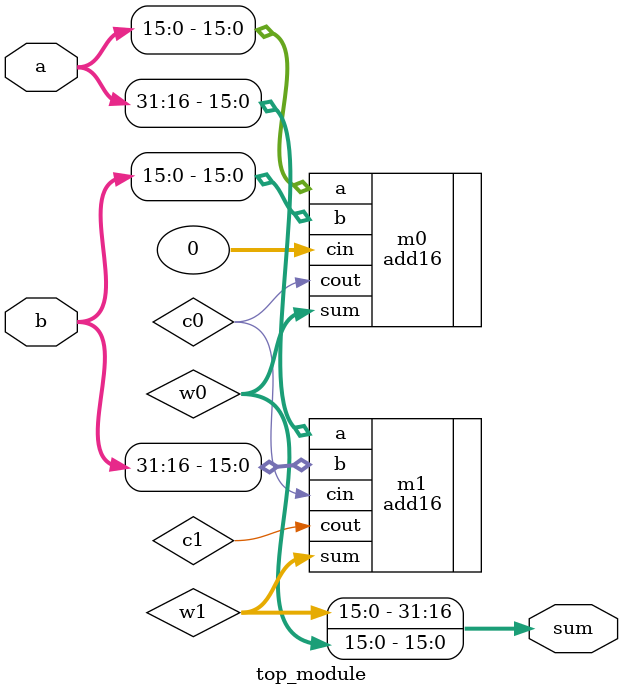
<source format=v>
module top_module(
    input [31:0] a,
    input [31:0] b,
    output [31:0] sum
);

	wire c0,c1;
	wire [15:0] w0,w1;
	
	add16 m0(.a(a[15:0]), .b(b[15:0]), .cin(0), .sum(w0), .cout(c0));
	add16 m1(.a(a[31:16]), .b(b[31:16]), .cin(c0), .sum(w1), .cout(c1));
	
	assign sum={w1,w0};
	
endmodule
</source>
